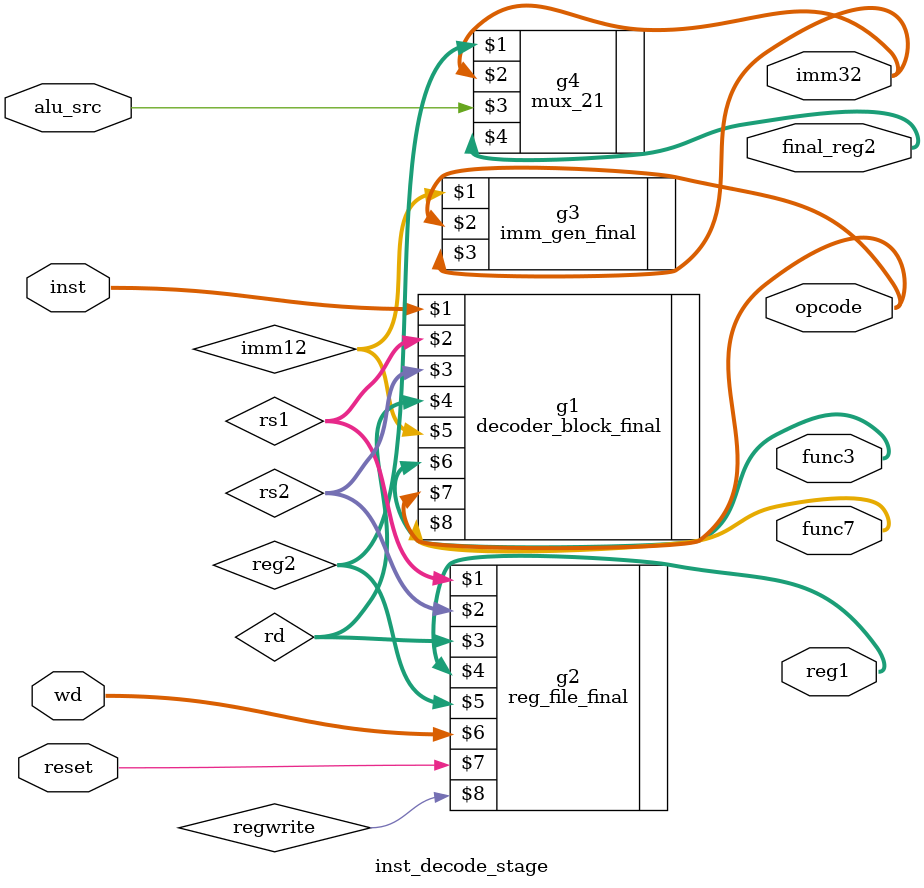
<source format=sv>
module inst_decode_stage #(parameter N=32) (input logic [N-1:0]inst,wd,output logic [N-1:0]final_reg2,reg1,imm32,output logic [2:0]func3,output logic [6:0]func7,opcode,input logic reset,alu_src);
wire [N-1:0]reg2;
wire [4:0]rs1,rs2,rd;
wire [11:0]imm12;
wire regwrite;

decoder_block_final g1(inst,rs1,rs2,rd,imm12,func3,opcode,func7);
reg_file_final g2(rs1,rs2,rd,reg1,reg2,wd,reset,regwrite);
imm_gen_final g3(imm12,opcode,imm32);
mux_21 g4(reg2,imm32,alu_src,final_reg2);

endmodule
</source>
